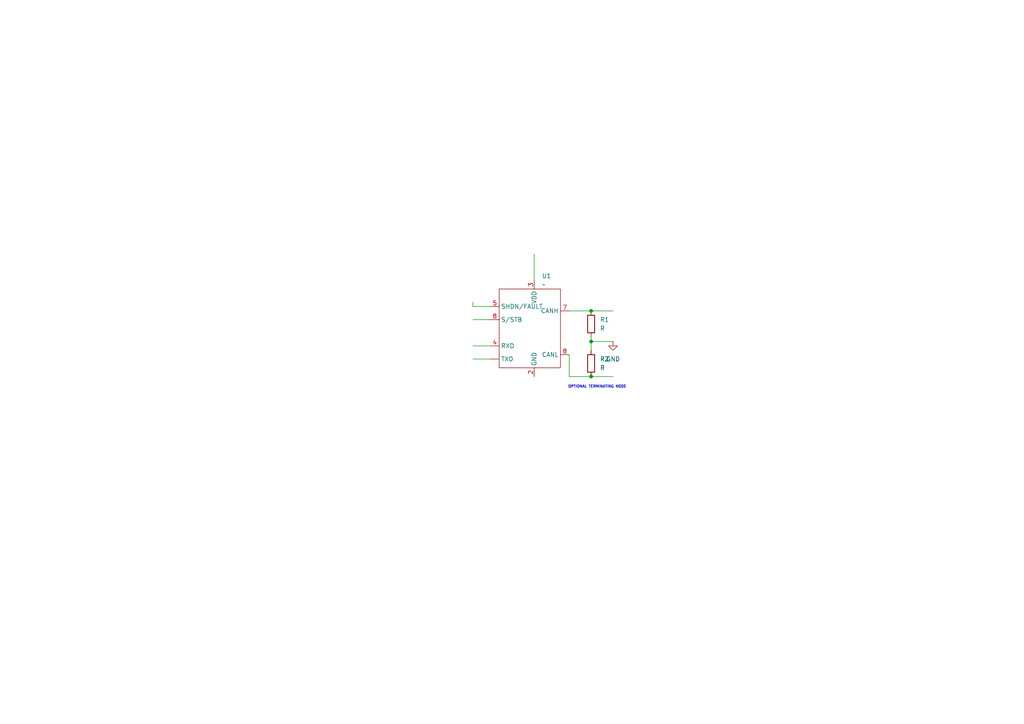
<source format=kicad_sch>
(kicad_sch
	(version 20231120)
	(generator "eeschema")
	(generator_version "8.0")
	(uuid "f3b12607-d8dc-4859-b63a-7ba0d594fbef")
	(paper "A4")
	(title_block
		(title "CAN-TRANSCEIVER")
		(date "2024-12-12")
		(comment 1 "TCAN332")
		(comment 2 "TCAN33x 3.3-V CAN Transceivers with CAN FD (Flexible Data Rate)")
		(comment 3 " Typical 3.3-V Application (Frome Datasheet pg. 26)")
	)
	(lib_symbols
		(symbol "Device:R"
			(pin_numbers hide)
			(pin_names
				(offset 0)
			)
			(exclude_from_sim no)
			(in_bom yes)
			(on_board yes)
			(property "Reference" "R"
				(at 2.032 0 90)
				(effects
					(font
						(size 1.27 1.27)
					)
				)
			)
			(property "Value" "R"
				(at 0 0 90)
				(effects
					(font
						(size 1.27 1.27)
					)
				)
			)
			(property "Footprint" ""
				(at -1.778 0 90)
				(effects
					(font
						(size 1.27 1.27)
					)
					(hide yes)
				)
			)
			(property "Datasheet" "~"
				(at 0 0 0)
				(effects
					(font
						(size 1.27 1.27)
					)
					(hide yes)
				)
			)
			(property "Description" "Resistor"
				(at 0 0 0)
				(effects
					(font
						(size 1.27 1.27)
					)
					(hide yes)
				)
			)
			(property "ki_keywords" "R res resistor"
				(at 0 0 0)
				(effects
					(font
						(size 1.27 1.27)
					)
					(hide yes)
				)
			)
			(property "ki_fp_filters" "R_*"
				(at 0 0 0)
				(effects
					(font
						(size 1.27 1.27)
					)
					(hide yes)
				)
			)
			(symbol "R_0_1"
				(rectangle
					(start -1.016 -2.54)
					(end 1.016 2.54)
					(stroke
						(width 0.254)
						(type default)
					)
					(fill
						(type none)
					)
				)
			)
			(symbol "R_1_1"
				(pin passive line
					(at 0 3.81 270)
					(length 1.27)
					(name "~"
						(effects
							(font
								(size 1.27 1.27)
							)
						)
					)
					(number "1"
						(effects
							(font
								(size 1.27 1.27)
							)
						)
					)
				)
				(pin passive line
					(at 0 -3.81 90)
					(length 1.27)
					(name "~"
						(effects
							(font
								(size 1.27 1.27)
							)
						)
					)
					(number "2"
						(effects
							(font
								(size 1.27 1.27)
							)
						)
					)
				)
			)
		)
		(symbol "TCAN332 CANTRANSCEIVER:TCAN332_CANTRANSCEIVER"
			(exclude_from_sim no)
			(in_bom yes)
			(on_board yes)
			(property "Reference" "U"
				(at 0 0 0)
				(effects
					(font
						(size 1.27 1.27)
					)
				)
			)
			(property "Value" ""
				(at 0 0 0)
				(effects
					(font
						(size 1.27 1.27)
					)
				)
			)
			(property "Footprint" ""
				(at 0 0 0)
				(effects
					(font
						(size 1.27 1.27)
					)
					(hide yes)
				)
			)
			(property "Datasheet" ""
				(at 0 0 0)
				(effects
					(font
						(size 1.27 1.27)
					)
					(hide yes)
				)
			)
			(property "Description" ""
				(at 0 0 0)
				(effects
					(font
						(size 1.27 1.27)
					)
					(hide yes)
				)
			)
			(symbol "TCAN332_CANTRANSCEIVER_0_1"
				(rectangle
					(start -10.16 11.43)
					(end 7.62 -11.43)
					(stroke
						(width 0)
						(type default)
					)
					(fill
						(type none)
					)
				)
			)
			(symbol "TCAN332_CANTRANSCEIVER_1_1"
				(pin output line
					(at -12.7 -8.89 0)
					(length 2.54)
					(name "TXD"
						(effects
							(font
								(size 1.27 1.27)
							)
						)
					)
					(number ""
						(effects
							(font
								(size 1.27 1.27)
							)
						)
					)
				)
				(pin output line
					(at 0 -13.97 90)
					(length 2.54)
					(name "GND"
						(effects
							(font
								(size 1.27 1.27)
							)
						)
					)
					(number "2"
						(effects
							(font
								(size 1.27 1.27)
							)
						)
					)
				)
				(pin input line
					(at 0 13.97 270)
					(length 2.54)
					(name "VDD"
						(effects
							(font
								(size 1.27 1.27)
							)
						)
					)
					(number "3"
						(effects
							(font
								(size 1.27 1.27)
							)
						)
					)
				)
				(pin input line
					(at -12.7 -5.08 0)
					(length 2.54)
					(name "RXD"
						(effects
							(font
								(size 1.27 1.27)
							)
						)
					)
					(number "4"
						(effects
							(font
								(size 1.27 1.27)
							)
						)
					)
				)
				(pin input line
					(at -12.7 6.35 0)
					(length 2.54)
					(name "SHDN/FAULT"
						(effects
							(font
								(size 1.27 1.27)
							)
						)
					)
					(number "5"
						(effects
							(font
								(size 1.27 1.27)
							)
						)
					)
				)
				(pin input line
					(at 10.16 5.08 180)
					(length 2.54)
					(name "CANH"
						(effects
							(font
								(size 1.27 1.27)
							)
						)
					)
					(number "7"
						(effects
							(font
								(size 1.27 1.27)
							)
						)
					)
				)
				(pin input line
					(at 10.16 -7.62 180)
					(length 2.54)
					(name "CANL"
						(effects
							(font
								(size 1.27 1.27)
							)
						)
					)
					(number "8"
						(effects
							(font
								(size 1.27 1.27)
							)
						)
					)
				)
				(pin input line
					(at -12.7 2.54 0)
					(length 2.54)
					(name "S/STB"
						(effects
							(font
								(size 1.27 1.27)
							)
						)
					)
					(number "8"
						(effects
							(font
								(size 1.27 1.27)
							)
						)
					)
				)
			)
		)
		(symbol "power:GND"
			(power)
			(pin_numbers hide)
			(pin_names
				(offset 0) hide)
			(exclude_from_sim no)
			(in_bom yes)
			(on_board yes)
			(property "Reference" "#PWR"
				(at 0 -6.35 0)
				(effects
					(font
						(size 1.27 1.27)
					)
					(hide yes)
				)
			)
			(property "Value" "GND"
				(at 0 -3.81 0)
				(effects
					(font
						(size 1.27 1.27)
					)
				)
			)
			(property "Footprint" ""
				(at 0 0 0)
				(effects
					(font
						(size 1.27 1.27)
					)
					(hide yes)
				)
			)
			(property "Datasheet" ""
				(at 0 0 0)
				(effects
					(font
						(size 1.27 1.27)
					)
					(hide yes)
				)
			)
			(property "Description" "Power symbol creates a global label with name \"GND\" , ground"
				(at 0 0 0)
				(effects
					(font
						(size 1.27 1.27)
					)
					(hide yes)
				)
			)
			(property "ki_keywords" "global power"
				(at 0 0 0)
				(effects
					(font
						(size 1.27 1.27)
					)
					(hide yes)
				)
			)
			(symbol "GND_0_1"
				(polyline
					(pts
						(xy 0 0) (xy 0 -1.27) (xy 1.27 -1.27) (xy 0 -2.54) (xy -1.27 -1.27) (xy 0 -1.27)
					)
					(stroke
						(width 0)
						(type default)
					)
					(fill
						(type none)
					)
				)
			)
			(symbol "GND_1_1"
				(pin power_in line
					(at 0 0 270)
					(length 0)
					(name "~"
						(effects
							(font
								(size 1.27 1.27)
							)
						)
					)
					(number "1"
						(effects
							(font
								(size 1.27 1.27)
							)
						)
					)
				)
			)
		)
	)
	(junction
		(at 171.45 109.22)
		(diameter 0)
		(color 0 0 0 0)
		(uuid "0c9e5f90-5640-41f2-98e9-b0ef7225141f")
	)
	(junction
		(at 171.45 90.17)
		(diameter 0)
		(color 0 0 0 0)
		(uuid "63562252-a002-4e86-b37f-19575d5444ec")
	)
	(junction
		(at 171.45 99.06)
		(diameter 0)
		(color 0 0 0 0)
		(uuid "966590c7-a380-400b-8977-7d3b8af4592a")
	)
	(wire
		(pts
			(xy 165.1 102.87) (xy 165.1 109.22)
		)
		(stroke
			(width 0)
			(type default)
		)
		(uuid "04d04027-49a2-47e6-81bd-d8df1fc9e0b9")
	)
	(wire
		(pts
			(xy 165.1 109.22) (xy 171.45 109.22)
		)
		(stroke
			(width 0)
			(type default)
		)
		(uuid "0cba15e0-73f8-45ad-8d96-da92622ef45d")
	)
	(wire
		(pts
			(xy 154.94 73.66) (xy 154.94 81.28)
		)
		(stroke
			(width 0)
			(type default)
		)
		(uuid "260e52db-c44d-4a8a-9d52-b33ba2be0e58")
	)
	(wire
		(pts
			(xy 171.45 97.79) (xy 171.45 99.06)
		)
		(stroke
			(width 0)
			(type default)
		)
		(uuid "485510c7-bd6c-4412-94d3-fb0c0b3f5d58")
	)
	(wire
		(pts
			(xy 165.1 90.17) (xy 171.45 90.17)
		)
		(stroke
			(width 0)
			(type default)
		)
		(uuid "504c6101-4efc-4b7e-a9cd-4d15824e548d")
	)
	(wire
		(pts
			(xy 171.45 109.22) (xy 177.8 109.22)
		)
		(stroke
			(width 0)
			(type default)
		)
		(uuid "7ac0ab45-f604-4ce9-a702-dd96a7e7542f")
	)
	(wire
		(pts
			(xy 137.16 100.33) (xy 142.24 100.33)
		)
		(stroke
			(width 0)
			(type default)
		)
		(uuid "8e8adff9-e908-4d59-8629-6c37d67a7186")
	)
	(wire
		(pts
			(xy 171.45 90.17) (xy 177.8 90.17)
		)
		(stroke
			(width 0)
			(type default)
		)
		(uuid "96d4488b-29ba-45b2-9a1f-d455a8363d32")
	)
	(wire
		(pts
			(xy 137.16 92.71) (xy 142.24 92.71)
		)
		(stroke
			(width 0)
			(type default)
		)
		(uuid "b79bda5c-d064-418c-b3c0-4429526dd2b9")
	)
	(wire
		(pts
			(xy 137.16 87.63) (xy 137.16 88.9)
		)
		(stroke
			(width 0)
			(type default)
		)
		(uuid "b81f93b5-0f87-49cf-b99b-3bf272485c7a")
	)
	(wire
		(pts
			(xy 171.45 99.06) (xy 177.8 99.06)
		)
		(stroke
			(width 0)
			(type default)
		)
		(uuid "e11680fc-99ba-48cb-8f74-6db26f501c8f")
	)
	(wire
		(pts
			(xy 142.24 88.9) (xy 137.16 88.9)
		)
		(stroke
			(width 0)
			(type default)
		)
		(uuid "eaaff2c4-a1fa-4765-a1df-5e7fa17603a0")
	)
	(wire
		(pts
			(xy 171.45 99.06) (xy 171.45 101.6)
		)
		(stroke
			(width 0)
			(type default)
		)
		(uuid "fcd137d0-a8d3-4ad5-b7cd-b2f806a7a55c")
	)
	(wire
		(pts
			(xy 137.16 104.14) (xy 142.24 104.14)
		)
		(stroke
			(width 0)
			(type default)
		)
		(uuid "fdf274b5-9bf3-4709-a2a2-392fd9b6efc3")
	)
	(text "OPTIONAL TERMINATING NODE"
		(exclude_from_sim no)
		(at 173.228 112.268 0)
		(effects
			(font
				(size 0.762 0.762)
			)
		)
		(uuid "97c71ac1-480a-4a8b-b85d-e0611467133f")
	)
	(symbol
		(lib_id "TCAN332 CANTRANSCEIVER:TCAN332_CANTRANSCEIVER")
		(at 154.94 95.25 0)
		(unit 1)
		(exclude_from_sim no)
		(in_bom yes)
		(on_board yes)
		(dnp no)
		(fields_autoplaced yes)
		(uuid "0f88af75-ded6-4cf7-93b5-0365b3f784b0")
		(property "Reference" "U1"
			(at 157.1341 80.01 0)
			(effects
				(font
					(size 1.27 1.27)
				)
				(justify left)
			)
		)
		(property "Value" "~"
			(at 157.1341 82.55 0)
			(effects
				(font
					(size 1.27 1.27)
				)
				(justify left)
			)
		)
		(property "Footprint" ""
			(at 154.94 95.25 0)
			(effects
				(font
					(size 1.27 1.27)
				)
				(hide yes)
			)
		)
		(property "Datasheet" ""
			(at 154.94 95.25 0)
			(effects
				(font
					(size 1.27 1.27)
				)
				(hide yes)
			)
		)
		(property "Description" ""
			(at 154.94 95.25 0)
			(effects
				(font
					(size 1.27 1.27)
				)
				(hide yes)
			)
		)
		(pin ""
			(uuid "47ec674e-81a0-4513-bb42-703c2c0e3154")
		)
		(pin "2"
			(uuid "11722c89-0bb9-4e3a-8750-5de0e274d81e")
		)
		(pin "4"
			(uuid "7fa9d42e-4979-4002-aea2-fe978ca4de58")
		)
		(pin "3"
			(uuid "89170603-a056-47eb-a987-189b0dee0e42")
		)
		(pin "5"
			(uuid "5b22152d-cc47-4d45-b340-c15596deab15")
		)
		(pin "8"
			(uuid "21907c3f-a0de-4ea1-b0ea-b9b1df65a0be")
		)
		(pin "7"
			(uuid "24336602-5f06-40eb-9ba6-e87f60a451ba")
		)
		(pin "8"
			(uuid "15865f21-95be-416a-bdbc-53565de9949b")
		)
		(instances
			(project ""
				(path "/f3b12607-d8dc-4859-b63a-7ba0d594fbef"
					(reference "U1")
					(unit 1)
				)
			)
		)
	)
	(symbol
		(lib_id "power:GND")
		(at 177.8 99.06 0)
		(unit 1)
		(exclude_from_sim no)
		(in_bom yes)
		(on_board yes)
		(dnp no)
		(fields_autoplaced yes)
		(uuid "338bec17-3a6c-49ee-a2f8-9b40cf6cc4a6")
		(property "Reference" "#PWR01"
			(at 177.8 105.41 0)
			(effects
				(font
					(size 1.27 1.27)
				)
				(hide yes)
			)
		)
		(property "Value" "GND"
			(at 177.8 104.14 0)
			(effects
				(font
					(size 1.27 1.27)
				)
			)
		)
		(property "Footprint" ""
			(at 177.8 99.06 0)
			(effects
				(font
					(size 1.27 1.27)
				)
				(hide yes)
			)
		)
		(property "Datasheet" ""
			(at 177.8 99.06 0)
			(effects
				(font
					(size 1.27 1.27)
				)
				(hide yes)
			)
		)
		(property "Description" "Power symbol creates a global label with name \"GND\" , ground"
			(at 177.8 99.06 0)
			(effects
				(font
					(size 1.27 1.27)
				)
				(hide yes)
			)
		)
		(pin "1"
			(uuid "07b2bc3f-6548-4ce4-8612-25cb319fafb3")
		)
		(instances
			(project ""
				(path "/f3b12607-d8dc-4859-b63a-7ba0d594fbef"
					(reference "#PWR01")
					(unit 1)
				)
			)
		)
	)
	(symbol
		(lib_id "Device:R")
		(at 171.45 93.98 0)
		(unit 1)
		(exclude_from_sim no)
		(in_bom yes)
		(on_board yes)
		(dnp no)
		(fields_autoplaced yes)
		(uuid "869b9d47-1d82-48be-a466-2bf90bad3dbe")
		(property "Reference" "R1"
			(at 173.99 92.7099 0)
			(effects
				(font
					(size 1.27 1.27)
				)
				(justify left)
			)
		)
		(property "Value" "R"
			(at 173.99 95.2499 0)
			(effects
				(font
					(size 1.27 1.27)
				)
				(justify left)
			)
		)
		(property "Footprint" ""
			(at 169.672 93.98 90)
			(effects
				(font
					(size 1.27 1.27)
				)
				(hide yes)
			)
		)
		(property "Datasheet" "~"
			(at 171.45 93.98 0)
			(effects
				(font
					(size 1.27 1.27)
				)
				(hide yes)
			)
		)
		(property "Description" "Resistor"
			(at 171.45 93.98 0)
			(effects
				(font
					(size 1.27 1.27)
				)
				(hide yes)
			)
		)
		(pin "1"
			(uuid "8999ba0d-3360-4fe5-826b-733df6105142")
		)
		(pin "2"
			(uuid "58616780-6fba-460e-9010-cd7b705c3ec3")
		)
		(instances
			(project ""
				(path "/f3b12607-d8dc-4859-b63a-7ba0d594fbef"
					(reference "R1")
					(unit 1)
				)
			)
		)
	)
	(symbol
		(lib_id "Device:R")
		(at 171.45 105.41 0)
		(unit 1)
		(exclude_from_sim no)
		(in_bom yes)
		(on_board yes)
		(dnp no)
		(fields_autoplaced yes)
		(uuid "989f2cd8-4e7a-4b75-99e8-a9bb6ef44647")
		(property "Reference" "R2"
			(at 173.99 104.1399 0)
			(effects
				(font
					(size 1.27 1.27)
				)
				(justify left)
			)
		)
		(property "Value" "R"
			(at 173.99 106.6799 0)
			(effects
				(font
					(size 1.27 1.27)
				)
				(justify left)
			)
		)
		(property "Footprint" ""
			(at 169.672 105.41 90)
			(effects
				(font
					(size 1.27 1.27)
				)
				(hide yes)
			)
		)
		(property "Datasheet" "~"
			(at 171.45 105.41 0)
			(effects
				(font
					(size 1.27 1.27)
				)
				(hide yes)
			)
		)
		(property "Description" "Resistor"
			(at 171.45 105.41 0)
			(effects
				(font
					(size 1.27 1.27)
				)
				(hide yes)
			)
		)
		(pin "1"
			(uuid "fee8e064-18b8-4888-843a-fcd94f938603")
		)
		(pin "2"
			(uuid "781d26cb-9d74-48ac-93a3-0ba57284eb99")
		)
		(instances
			(project "TCAN332 CAN-TRANSCEIVER"
				(path "/f3b12607-d8dc-4859-b63a-7ba0d594fbef"
					(reference "R2")
					(unit 1)
				)
			)
		)
	)
	(sheet_instances
		(path "/"
			(page "1")
		)
	)
)

</source>
